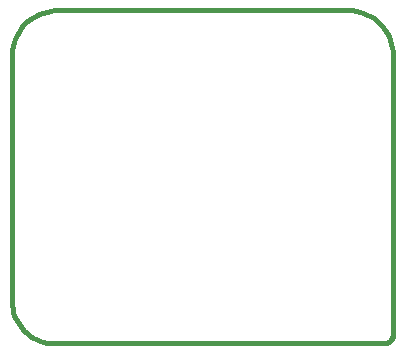
<source format=gbr>
G04 (created by PCBNEW-RS274X (2012-01-19 BZR 3256)-stable) date 15/02/2013 14:55:32*
G01*
G70*
G90*
%MOIN*%
G04 Gerber Fmt 3.4, Leading zero omitted, Abs format*
%FSLAX34Y34*%
G04 APERTURE LIST*
%ADD10C,0.006000*%
%ADD11C,0.015000*%
G04 APERTURE END LIST*
G54D10*
G54D11*
X10350Y-19500D02*
X21350Y-19500D01*
X21650Y-19200D02*
X21650Y-09900D01*
X20150Y-08400D02*
X10500Y-08400D01*
X08950Y-18100D02*
X08950Y-09850D01*
X21650Y-09900D02*
X21644Y-09770D01*
X21627Y-09640D01*
X21598Y-09512D01*
X21559Y-09387D01*
X21509Y-09267D01*
X21449Y-09151D01*
X21378Y-09040D01*
X21299Y-08936D01*
X21210Y-08840D01*
X21114Y-08751D01*
X21010Y-08672D01*
X20900Y-08601D01*
X20783Y-08541D01*
X20663Y-08491D01*
X20538Y-08452D01*
X20410Y-08423D01*
X20280Y-08406D01*
X20150Y-08400D01*
X21350Y-19500D02*
X21376Y-19498D01*
X21402Y-19495D01*
X21427Y-19489D01*
X21452Y-19481D01*
X21476Y-19471D01*
X21500Y-19459D01*
X21522Y-19445D01*
X21542Y-19429D01*
X21562Y-19412D01*
X21579Y-19392D01*
X21595Y-19372D01*
X21609Y-19349D01*
X21621Y-19326D01*
X21631Y-19302D01*
X21639Y-19277D01*
X21645Y-19252D01*
X21648Y-19226D01*
X21650Y-19200D01*
X08950Y-18100D02*
X08956Y-18222D01*
X08972Y-18343D01*
X08998Y-18462D01*
X09035Y-18578D01*
X09082Y-18691D01*
X09138Y-18799D01*
X09204Y-18903D01*
X09278Y-18999D01*
X09361Y-19089D01*
X09451Y-19172D01*
X09547Y-19246D01*
X09651Y-19312D01*
X09759Y-19368D01*
X09872Y-19415D01*
X09988Y-19452D01*
X10107Y-19478D01*
X10228Y-19494D01*
X10350Y-19500D01*
X10499Y-08401D02*
X10369Y-08403D01*
X10239Y-08415D01*
X10111Y-08440D01*
X09984Y-08475D01*
X09862Y-08521D01*
X09744Y-08577D01*
X09631Y-08644D01*
X09525Y-08720D01*
X09426Y-08805D01*
X09334Y-08899D01*
X09251Y-09000D01*
X09177Y-09108D01*
X09113Y-09222D01*
X09059Y-09341D01*
X09015Y-09464D01*
X08983Y-09591D01*
X08961Y-09720D01*
X08951Y-09851D01*
M02*

</source>
